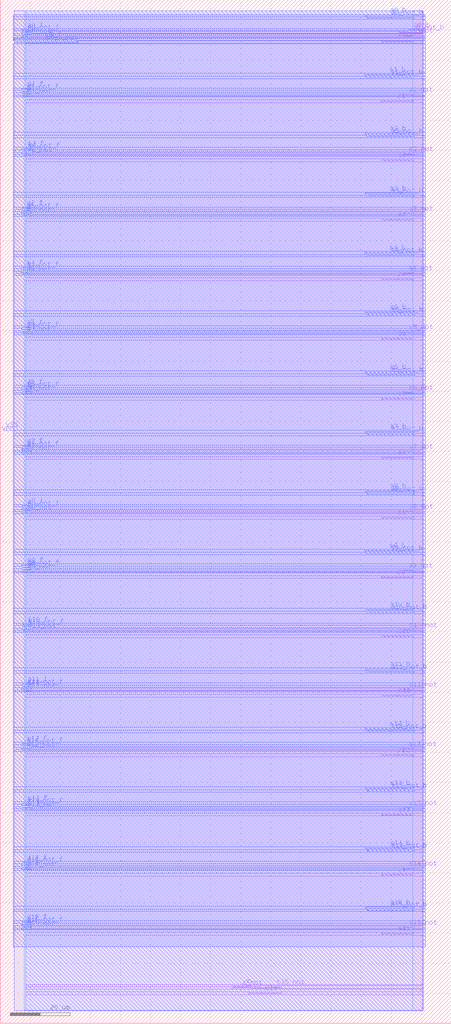
<source format=lef>
VERSION 5.7 ;
  NOWIREEXTENSIONATPIN ON ;
  DIVIDERCHAR "/" ;
  BUSBITCHARS "[]" ;
MACRO fa16b_rev
  CLASS BLOCK ;
  FOREIGN 16b_FA ;
  ORIGIN 0.000 0.000 ;
  SIZE 150.000 BY 340.000 ;
  PIN c15_not
    ANTENNADIFFAREA 2.560625 ;
    PORT
      LAYER Metal1 ;
        RECT 90.420 11.870 93.150 12.145 ;
    END
  END c15_not
  PIN c15
    ANTENNADIFFAREA 2.734275 ;
    PORT
      LAYER Metal1 ;
        RECT 83.070 9.795 93.150 10.130 ;
    END
  END c15
  PIN s5_not
    ANTENNADIFFAREA 2.560625 ;
    PORT
      LAYER Metal1 ;
        RECT 134.480 229.350 137.210 229.625 ;
    END
  END s5_not
  PIN s5
    ANTENNADIFFAREA 2.734275 ;
    PORT
      LAYER Metal1 ;
        RECT 127.130 227.275 137.210 227.610 ;
    END
  END s5
  PIN s0_not
    ANTENNADIFFAREA 2.560625 ;
    PORT
      LAYER Metal1 ;
        RECT 134.500 327.985 137.230 328.260 ;
    END
  END s0_not
  PIN s0
    ANTENNADIFFAREA 2.734275 ;
    PORT
      LAYER Metal1 ;
        RECT 127.150 325.910 137.230 326.245 ;
    END
  END s0
  PIN s6_not
    ANTENNADIFFAREA 2.560625 ;
    PORT
      LAYER Metal1 ;
        RECT 134.480 209.380 137.210 209.655 ;
    END
  END s6_not
  PIN s6
    ANTENNADIFFAREA 2.734275 ;
    PORT
      LAYER Metal1 ;
        RECT 127.130 207.305 137.210 207.640 ;
    END
  END s6
  PIN s1_not
    ANTENNADIFFAREA 2.560625 ;
    PORT
      LAYER Metal1 ;
        RECT 134.300 308.260 137.030 308.535 ;
    END
  END s1_not
  PIN s1
    ANTENNADIFFAREA 2.734275 ;
    PORT
      LAYER Metal1 ;
        RECT 126.950 306.185 137.030 306.520 ;
    END
  END s1
  PIN s7_not
    ANTENNADIFFAREA 2.560625 ;
    PORT
      LAYER Metal1 ;
        RECT 134.480 189.715 137.210 189.990 ;
    END
  END s7_not
  PIN s7
    ANTENNADIFFAREA 2.734275 ;
    PORT
      LAYER Metal1 ;
        RECT 127.130 187.640 137.210 187.975 ;
    END
  END s7
  PIN s2_not
    ANTENNADIFFAREA 2.560625 ;
    PORT
      LAYER Metal1 ;
        RECT 134.455 288.615 137.185 288.890 ;
    END
  END s2_not
  PIN s2
    ANTENNADIFFAREA 2.734275 ;
    PORT
      LAYER Metal1 ;
        RECT 127.105 286.540 137.185 286.875 ;
    END
  END s2
  PIN s8_not
    ANTENNADIFFAREA 2.560625 ;
    PORT
      LAYER Metal1 ;
        RECT 134.520 169.875 137.250 170.150 ;
    END
  END s8_not
  PIN s8
    ANTENNADIFFAREA 2.734275 ;
    PORT
      LAYER Metal1 ;
        RECT 127.170 167.800 137.250 168.135 ;
    END
  END s8
  PIN s3_not
    ANTENNADIFFAREA 2.560625 ;
    PORT
      LAYER Metal1 ;
        RECT 134.455 268.820 137.185 269.095 ;
    END
  END s3_not
  PIN s3
    ANTENNADIFFAREA 2.734275 ;
    PORT
      LAYER Metal1 ;
        RECT 127.105 266.745 137.185 267.080 ;
    END
  END s3
  PIN s9_not
    ANTENNADIFFAREA 2.560625 ;
    PORT
      LAYER Metal1 ;
        RECT 134.320 150.150 137.050 150.425 ;
    END
  END s9_not
  PIN s9
    ANTENNADIFFAREA 2.734275 ;
    PORT
      LAYER Metal1 ;
        RECT 126.970 148.075 137.050 148.410 ;
    END
  END s9
  PIN s4_not
    ANTENNADIFFAREA 2.560625 ;
    PORT
      LAYER Metal1 ;
        RECT 134.375 249.065 137.105 249.340 ;
    END
  END s4_not
  PIN s4
    ANTENNADIFFAREA 2.734275 ;
    PORT
      LAYER Metal1 ;
        RECT 127.025 246.990 137.105 247.325 ;
    END
  END s4
  PIN s10_not
    ANTENNADIFFAREA 2.560625 ;
    PORT
      LAYER Metal1 ;
        RECT 134.475 130.505 137.205 130.780 ;
    END
  END s10_not
  PIN s10
    ANTENNADIFFAREA 2.734275 ;
    PORT
      LAYER Metal1 ;
        RECT 127.125 128.430 137.205 128.765 ;
    END
  END s10
  PIN s11_not
    ANTENNADIFFAREA 2.560625 ;
    PORT
      LAYER Metal1 ;
        RECT 134.475 110.710 137.205 110.985 ;
    END
  END s11_not
  PIN s11
    ANTENNADIFFAREA 2.734275 ;
    PORT
      LAYER Metal1 ;
        RECT 127.125 108.635 137.205 108.970 ;
    END
  END s11
  PIN s12_not
    ANTENNADIFFAREA 2.560625 ;
    PORT
      LAYER Metal1 ;
        RECT 134.395 90.955 137.125 91.230 ;
    END
  END s12_not
  PIN s12
    ANTENNADIFFAREA 2.734275 ;
    PORT
      LAYER Metal1 ;
        RECT 127.045 88.880 137.125 89.215 ;
    END
  END s12
  PIN s13_not
    ANTENNADIFFAREA 2.560625 ;
    PORT
      LAYER Metal1 ;
        RECT 134.500 71.240 137.230 71.515 ;
    END
  END s13_not
  PIN s13
    ANTENNADIFFAREA 2.734275 ;
    PORT
      LAYER Metal1 ;
        RECT 127.150 69.165 137.230 69.500 ;
    END
  END s13
  PIN s14_not
    ANTENNADIFFAREA 2.560625 ;
    PORT
      LAYER Metal1 ;
        RECT 134.500 51.270 137.230 51.545 ;
    END
  END s14_not
  PIN s14
    ANTENNADIFFAREA 2.734275 ;
    PORT
      LAYER Metal1 ;
        RECT 127.150 49.195 137.230 49.530 ;
    END
  END s14
  PIN s15_not
    ANTENNADIFFAREA 2.560625 ;
    PORT
      LAYER Metal1 ;
        RECT 134.500 31.605 137.230 31.880 ;
    END
  END s15_not
  PIN s15
    ANTENNADIFFAREA 2.734275 ;
    PORT
      LAYER Metal1 ;
        RECT 127.150 29.530 137.230 29.865 ;
    END
  END s15
  PIN z
    ANTENNADIFFAREA 2.559875 ;
    PORT
      LAYER Metal1 ;
        RECT 77.445 12.170 86.040 12.470 ;
    END
  END z
  PIN z_not
    ANTENNADIFFAREA 2.638650 ;
    PORT
      LAYER Metal1 ;
        RECT 77.415 11.635 83.395 11.905 ;
    END
  END z_not
  PIN c0_b
    ANTENNAGATEAREA 2.739250 ;
    ANTENNADIFFAREA 2.734275 ;
    PORT
      LAYER Metal1 ;
        RECT 135.915 329.745 139.135 330.045 ;
    END
  END c0_b
  PIN c0_not_b
    ANTENNAGATEAREA 2.775000 ;
    ANTENNADIFFAREA 2.560625 ;
    PORT
      LAYER Metal1 ;
        RECT 132.970 329.000 140.695 329.300 ;
    END
  END c0_not_b
  PIN a0_b
    ANTENNAGATEAREA 2.739250 ;
    ANTENNADIFFAREA 1.587600 ;
    PORT
      LAYER Metal3 ;
        RECT 121.715 334.615 137.450 335.025 ;
    END
  END a0_b
  PIN a0_not_b
    ANTENNAGATEAREA 2.775000 ;
    ANTENNADIFFAREA 1.587600 ;
    PORT
      LAYER Metal3 ;
        RECT 122.310 333.835 137.440 334.290 ;
    END
  END a0_not_b
  PIN a1_b
    ANTENNAGATEAREA 2.739250 ;
    ANTENNADIFFAREA 1.587600 ;
    PORT
      LAYER Metal3 ;
        RECT 121.515 314.890 137.250 315.300 ;
    END
  END a1_b
  PIN a1_not_b
    ANTENNAGATEAREA 2.775000 ;
    ANTENNADIFFAREA 1.587600 ;
    PORT
      LAYER Metal3 ;
        RECT 122.110 314.110 137.240 314.565 ;
    END
  END a1_not_b
  PIN a2_b
    ANTENNAGATEAREA 2.739250 ;
    ANTENNADIFFAREA 1.587600 ;
    PORT
      LAYER Metal3 ;
        RECT 121.670 295.245 137.405 295.655 ;
    END
  END a2_b
  PIN a2_not_b
    ANTENNAGATEAREA 2.775000 ;
    ANTENNADIFFAREA 1.587600 ;
    PORT
      LAYER Metal3 ;
        RECT 122.265 294.465 137.395 294.920 ;
    END
  END a2_not_b
  PIN a3_b
    ANTENNAGATEAREA 2.739250 ;
    ANTENNADIFFAREA 1.587600 ;
    PORT
      LAYER Metal3 ;
        RECT 121.670 275.450 137.405 275.860 ;
    END
  END a3_b
  PIN a3_not_b
    ANTENNAGATEAREA 2.775000 ;
    ANTENNADIFFAREA 1.587600 ;
    PORT
      LAYER Metal3 ;
        RECT 122.265 274.670 137.395 275.125 ;
    END
  END a3_not_b
  PIN a4_b
    ANTENNAGATEAREA 2.739250 ;
    ANTENNADIFFAREA 1.587600 ;
    PORT
      LAYER Metal3 ;
        RECT 121.590 255.695 137.325 256.105 ;
    END
  END a4_b
  PIN a4_not_b
    ANTENNAGATEAREA 2.775000 ;
    ANTENNADIFFAREA 1.587600 ;
    PORT
      LAYER Metal3 ;
        RECT 122.185 254.915 137.315 255.370 ;
    END
  END a4_not_b
  PIN a5_b
    ANTENNAGATEAREA 2.739250 ;
    ANTENNADIFFAREA 1.587600 ;
    PORT
      LAYER Metal3 ;
        RECT 121.695 235.980 137.430 236.390 ;
    END
  END a5_b
  PIN a5_not_b
    ANTENNAGATEAREA 2.775000 ;
    ANTENNADIFFAREA 1.587600 ;
    PORT
      LAYER Metal3 ;
        RECT 122.290 235.200 137.420 235.655 ;
    END
  END a5_not_b
  PIN a6_b
    ANTENNAGATEAREA 2.739250 ;
    ANTENNADIFFAREA 1.587600 ;
    PORT
      LAYER Metal3 ;
        RECT 121.695 216.010 137.430 216.420 ;
    END
  END a6_b
  PIN a6_not_b
    ANTENNAGATEAREA 2.775000 ;
    ANTENNADIFFAREA 1.587600 ;
    PORT
      LAYER Metal3 ;
        RECT 122.290 215.230 137.420 215.685 ;
    END
  END a6_not_b
  PIN a7_b
    ANTENNAGATEAREA 2.739250 ;
    ANTENNADIFFAREA 1.587600 ;
    PORT
      LAYER Metal3 ;
        RECT 121.695 196.345 137.430 196.755 ;
    END
  END a7_b
  PIN a7_not_b
    ANTENNAGATEAREA 2.775000 ;
    ANTENNADIFFAREA 1.587600 ;
    PORT
      LAYER Metal3 ;
        RECT 122.290 195.565 137.420 196.020 ;
    END
  END a7_not_b
  PIN VDD
    USE POWER ;
    PORT
      LAYER Metal3 ;
        RECT 0.485 195.620 0.495 195.630 ;
    END
  END VDD
  PIN VSS
    USE GROUND ;
    PORT
      LAYER Metal3 ;
        RECT 1.885 196.940 1.895 196.950 ;
    END
  END VSS
  PIN a3_not_f
    ANTENNAGATEAREA 5.550000 ;
    ANTENNADIFFAREA 1.587600 ;
    PORT
      LAYER Metal3 ;
        RECT 7.615 269.820 10.120 270.115 ;
    END
  END a3_not_f
  PIN b3
    ANTENNADIFFAREA 2.559875 ;
    PORT
      LAYER Metal3 ;
        RECT 7.620 269.105 10.135 269.400 ;
    END
  END b3
  PIN b3_not
    ANTENNADIFFAREA 2.638650 ;
    PORT
      LAYER Metal3 ;
        RECT 7.655 268.475 10.120 268.770 ;
    END
  END b3_not
  PIN a4_f
    ANTENNAGATEAREA 5.478500 ;
    ANTENNADIFFAREA 1.587600 ;
    PORT
      LAYER Metal3 ;
        RECT 7.525 250.845 9.985 251.150 ;
    END
  END a4_f
  PIN a4_not_f
    ANTENNAGATEAREA 5.550000 ;
    ANTENNADIFFAREA 1.587600 ;
    PORT
      LAYER Metal3 ;
        RECT 7.485 250.110 9.990 250.405 ;
    END
  END a4_not_f
  PIN b4
    ANTENNADIFFAREA 2.559875 ;
    PORT
      LAYER Metal3 ;
        RECT 7.490 249.395 10.005 249.690 ;
    END
  END b4
  PIN b4_not
    ANTENNADIFFAREA 2.638650 ;
    PORT
      LAYER Metal3 ;
        RECT 7.525 248.765 9.990 249.060 ;
    END
  END b4_not
  PIN a5_f
    ANTENNAGATEAREA 5.478500 ;
    ANTENNADIFFAREA 1.587600 ;
    PORT
      LAYER Metal3 ;
        RECT 7.655 231.085 10.115 231.390 ;
    END
  END a5_f
  PIN a5_not_f
    ANTENNAGATEAREA 5.550000 ;
    ANTENNADIFFAREA 1.587600 ;
    PORT
      LAYER Metal3 ;
        RECT 7.615 230.350 10.120 230.645 ;
    END
  END a5_not_f
  PIN b5
    ANTENNADIFFAREA 2.559875 ;
    PORT
      LAYER Metal3 ;
        RECT 7.620 229.635 10.135 229.930 ;
    END
  END b5
  PIN b5_not
    ANTENNADIFFAREA 2.638650 ;
    PORT
      LAYER Metal3 ;
        RECT 7.655 229.005 10.120 229.300 ;
    END
  END b5_not
  PIN a6_f
    ANTENNAGATEAREA 5.478500 ;
    ANTENNADIFFAREA 1.587600 ;
    PORT
      LAYER Metal3 ;
        RECT 7.605 211.275 10.065 211.580 ;
    END
  END a6_f
  PIN a6_not_f
    ANTENNAGATEAREA 5.550000 ;
    ANTENNADIFFAREA 1.587600 ;
    PORT
      LAYER Metal3 ;
        RECT 7.565 210.540 10.070 210.835 ;
    END
  END a6_not_f
  PIN b6
    ANTENNADIFFAREA 2.559875 ;
    PORT
      LAYER Metal3 ;
        RECT 7.570 209.825 10.085 210.120 ;
    END
  END b6
  PIN b6_not
    ANTENNADIFFAREA 2.638650 ;
    PORT
      LAYER Metal3 ;
        RECT 7.605 209.195 10.070 209.490 ;
    END
  END b6_not
  PIN a7_f
    ANTENNAGATEAREA 5.478500 ;
    ANTENNADIFFAREA 1.587600 ;
    PORT
      LAYER Metal3 ;
        RECT 7.575 191.480 10.035 191.785 ;
    END
  END a7_f
  PIN a7_not_f
    ANTENNAGATEAREA 5.550000 ;
    ANTENNADIFFAREA 1.587600 ;
    PORT
      LAYER Metal3 ;
        RECT 7.535 190.745 10.040 191.040 ;
    END
  END a7_not_f
  PIN b7
    ANTENNADIFFAREA 2.559875 ;
    PORT
      LAYER Metal3 ;
        RECT 7.540 190.030 10.055 190.325 ;
    END
  END b7
  PIN b7_not
    ANTENNADIFFAREA 2.638650 ;
    PORT
      LAYER Metal3 ;
        RECT 7.575 189.400 10.040 189.695 ;
    END
  END b7_not
  PIN a0_f
    ANTENNAGATEAREA 5.478500 ;
    ANTENNADIFFAREA 1.587600 ;
    PORT
      LAYER Metal3 ;
        RECT 7.705 329.795 10.165 330.100 ;
    END
  END a0_f
  PIN a0_not_f
    ANTENNAGATEAREA 5.550000 ;
    ANTENNADIFFAREA 1.587600 ;
    PORT
      LAYER Metal3 ;
        RECT 7.665 329.060 10.170 329.355 ;
    END
  END a0_not_f
  PIN b0
    ANTENNADIFFAREA 2.559875 ;
    PORT
      LAYER Metal3 ;
        RECT 7.670 328.345 10.185 328.640 ;
    END
  END b0
  PIN b0_not
    ANTENNADIFFAREA 2.638650 ;
    PORT
      LAYER Metal3 ;
        RECT 7.705 327.715 10.170 328.010 ;
    END
  END b0_not
  PIN a1_f
    ANTENNAGATEAREA 5.478500 ;
    ANTENNADIFFAREA 1.587600 ;
    PORT
      LAYER Metal3 ;
        RECT 7.660 310.105 10.120 310.410 ;
    END
  END a1_f
  PIN a1_not_f
    ANTENNAGATEAREA 5.550000 ;
    ANTENNADIFFAREA 1.587600 ;
    PORT
      LAYER Metal3 ;
        RECT 7.620 309.370 10.125 309.665 ;
    END
  END a1_not_f
  PIN b1
    ANTENNADIFFAREA 2.559875 ;
    PORT
      LAYER Metal3 ;
        RECT 7.625 308.655 10.140 308.950 ;
    END
  END b1
  PIN b1_not
    ANTENNADIFFAREA 2.638650 ;
    PORT
      LAYER Metal3 ;
        RECT 7.660 308.025 10.125 308.320 ;
    END
  END b1_not
  PIN a2_f
    ANTENNAGATEAREA 5.478500 ;
    ANTENNADIFFAREA 1.587600 ;
    PORT
      LAYER Metal3 ;
        RECT 7.850 290.395 10.310 290.700 ;
    END
  END a2_f
  PIN a2_not_f
    ANTENNAGATEAREA 5.550000 ;
    ANTENNADIFFAREA 1.587600 ;
    PORT
      LAYER Metal3 ;
        RECT 7.810 289.660 10.315 289.955 ;
    END
  END a2_not_f
  PIN b2
    ANTENNADIFFAREA 2.559875 ;
    PORT
      LAYER Metal3 ;
        RECT 7.815 288.945 10.330 289.240 ;
    END
  END b2
  PIN b2_not
    ANTENNADIFFAREA 2.638650 ;
    PORT
      LAYER Metal3 ;
        RECT 7.850 288.315 10.315 288.610 ;
    END
  END b2_not
  PIN a3_f
    ANTENNAGATEAREA 5.478500 ;
    ANTENNADIFFAREA 1.587600 ;
    PORT
      LAYER Metal3 ;
        RECT 7.655 270.555 10.115 270.860 ;
    END
  END a3_f
  PIN c0_f
    ANTENNADIFFAREA 2.559875 ;
    PORT
      LAYER Metal3 ;
        RECT 4.750 326.640 25.095 326.935 ;
    END
  END c0_f
  PIN c0_f_not
    ANTENNADIFFAREA 2.638650 ;
    PORT
      LAYER Metal3 ;
        RECT 4.570 325.775 25.680 326.070 ;
    END
  END c0_f_not
  PIN b12_not
    ANTENNADIFFAREA 2.638650 ;
    PORT
      LAYER Metal3 ;
        RECT 7.545 90.655 10.010 90.950 ;
    END
  END b12_not
  PIN a13_f
    ANTENNAGATEAREA 5.478500 ;
    ANTENNADIFFAREA 1.587600 ;
    PORT
      LAYER Metal3 ;
        RECT 7.675 72.975 10.135 73.280 ;
    END
  END a13_f
  PIN a13_not_f
    ANTENNAGATEAREA 5.550000 ;
    ANTENNADIFFAREA 1.587600 ;
    PORT
      LAYER Metal3 ;
        RECT 7.635 72.240 10.140 72.535 ;
    END
  END a13_not_f
  PIN b13
    ANTENNADIFFAREA 2.559875 ;
    PORT
      LAYER Metal3 ;
        RECT 7.640 71.525 10.155 71.820 ;
    END
  END b13
  PIN b13_not
    ANTENNADIFFAREA 2.638650 ;
    PORT
      LAYER Metal3 ;
        RECT 7.675 70.895 10.140 71.190 ;
    END
  END b13_not
  PIN a14_f
    ANTENNAGATEAREA 5.478500 ;
    ANTENNADIFFAREA 1.587600 ;
    PORT
      LAYER Metal3 ;
        RECT 7.625 53.165 10.085 53.470 ;
    END
  END a14_f
  PIN a14_not_f
    ANTENNAGATEAREA 5.550000 ;
    ANTENNADIFFAREA 1.587600 ;
    PORT
      LAYER Metal3 ;
        RECT 7.585 52.430 10.090 52.725 ;
    END
  END a14_not_f
  PIN b14
    ANTENNADIFFAREA 2.559875 ;
    PORT
      LAYER Metal3 ;
        RECT 7.590 51.715 10.105 52.010 ;
    END
  END b14
  PIN b14_not
    ANTENNADIFFAREA 2.638650 ;
    PORT
      LAYER Metal3 ;
        RECT 7.625 51.085 10.090 51.380 ;
    END
  END b14_not
  PIN a15_f
    ANTENNAGATEAREA 5.478500 ;
    ANTENNADIFFAREA 1.587600 ;
    PORT
      LAYER Metal3 ;
        RECT 7.595 33.370 10.055 33.675 ;
    END
  END a15_f
  PIN a15_not_f
    ANTENNAGATEAREA 5.550000 ;
    ANTENNADIFFAREA 1.587600 ;
    PORT
      LAYER Metal3 ;
        RECT 7.555 32.635 10.060 32.930 ;
    END
  END a15_not_f
  PIN b15
    ANTENNADIFFAREA 2.559875 ;
    PORT
      LAYER Metal3 ;
        RECT 7.560 31.920 10.075 32.215 ;
    END
  END b15
  PIN b15_not
    ANTENNADIFFAREA 2.638650 ;
    PORT
      LAYER Metal3 ;
        RECT 7.595 31.290 10.060 31.585 ;
    END
  END b15_not
  PIN a8_f
    ANTENNAGATEAREA 5.478500 ;
    ANTENNADIFFAREA 1.587600 ;
    PORT
      LAYER Metal3 ;
        RECT 7.725 171.685 10.185 171.990 ;
    END
  END a8_f
  PIN a8_not_f
    ANTENNAGATEAREA 5.550000 ;
    ANTENNADIFFAREA 1.587600 ;
    PORT
      LAYER Metal3 ;
        RECT 7.685 170.950 10.190 171.245 ;
    END
  END a8_not_f
  PIN b8
    ANTENNADIFFAREA 2.559875 ;
    PORT
      LAYER Metal3 ;
        RECT 7.690 170.235 10.205 170.530 ;
    END
  END b8
  PIN b8_not
    ANTENNADIFFAREA 2.638650 ;
    PORT
      LAYER Metal3 ;
        RECT 7.725 169.605 10.190 169.900 ;
    END
  END b8_not
  PIN a9_f
    ANTENNAGATEAREA 5.478500 ;
    ANTENNADIFFAREA 1.587600 ;
    PORT
      LAYER Metal3 ;
        RECT 7.680 151.995 10.140 152.300 ;
    END
  END a9_f
  PIN a9_not_f
    ANTENNAGATEAREA 5.550000 ;
    ANTENNADIFFAREA 1.587600 ;
    PORT
      LAYER Metal3 ;
        RECT 7.640 151.260 10.145 151.555 ;
    END
  END a9_not_f
  PIN b9
    ANTENNADIFFAREA 2.559875 ;
    PORT
      LAYER Metal3 ;
        RECT 7.645 150.545 10.160 150.840 ;
    END
  END b9
  PIN b9_not
    ANTENNADIFFAREA 2.638650 ;
    PORT
      LAYER Metal3 ;
        RECT 7.680 149.915 10.145 150.210 ;
    END
  END b9_not
  PIN a10_f
    ANTENNAGATEAREA 5.478500 ;
    ANTENNADIFFAREA 1.587600 ;
    PORT
      LAYER Metal3 ;
        RECT 7.870 132.285 10.330 132.590 ;
    END
  END a10_f
  PIN a10_not_f
    ANTENNAGATEAREA 5.550000 ;
    ANTENNADIFFAREA 1.587600 ;
    PORT
      LAYER Metal3 ;
        RECT 7.830 131.550 10.335 131.845 ;
    END
  END a10_not_f
  PIN b10
    ANTENNADIFFAREA 2.559875 ;
    PORT
      LAYER Metal3 ;
        RECT 7.835 130.835 10.350 131.130 ;
    END
  END b10
  PIN b10_not
    ANTENNADIFFAREA 2.638650 ;
    PORT
      LAYER Metal3 ;
        RECT 7.870 130.205 10.335 130.500 ;
    END
  END b10_not
  PIN a11_f
    ANTENNAGATEAREA 5.478500 ;
    ANTENNADIFFAREA 1.587600 ;
    PORT
      LAYER Metal3 ;
        RECT 7.675 112.445 10.135 112.750 ;
    END
  END a11_f
  PIN a11_not_f
    ANTENNAGATEAREA 5.550000 ;
    ANTENNADIFFAREA 1.587600 ;
    PORT
      LAYER Metal3 ;
        RECT 7.635 111.710 10.140 112.005 ;
    END
  END a11_not_f
  PIN b11
    ANTENNADIFFAREA 2.559875 ;
    PORT
      LAYER Metal3 ;
        RECT 7.640 110.995 10.155 111.290 ;
    END
  END b11
  PIN b11_not
    ANTENNADIFFAREA 2.638650 ;
    PORT
      LAYER Metal3 ;
        RECT 7.675 110.365 10.140 110.660 ;
    END
  END b11_not
  PIN a12_f
    ANTENNAGATEAREA 5.478500 ;
    ANTENNADIFFAREA 1.587600 ;
    PORT
      LAYER Metal3 ;
        RECT 7.545 92.735 10.005 93.040 ;
    END
  END a12_f
  PIN a12_not_f
    ANTENNAGATEAREA 5.550000 ;
    ANTENNADIFFAREA 1.587600 ;
    PORT
      LAYER Metal3 ;
        RECT 7.505 92.000 10.010 92.295 ;
    END
  END a12_not_f
  PIN b12
    ANTENNADIFFAREA 2.559875 ;
    PORT
      LAYER Metal3 ;
        RECT 7.510 91.285 10.025 91.580 ;
    END
  END b12
  PIN a8_b
    ANTENNAGATEAREA 2.739250 ;
    ANTENNADIFFAREA 1.587600 ;
    PORT
      LAYER Metal3 ;
        RECT 121.735 176.505 137.470 176.915 ;
    END
  END a8_b
  PIN a10_not_b
    ANTENNAGATEAREA 2.775000 ;
    ANTENNADIFFAREA 1.587600 ;
    PORT
      LAYER Metal3 ;
        RECT 122.285 136.355 137.415 136.810 ;
    END
  END a10_not_b
  PIN a11_b
    ANTENNAGATEAREA 2.739250 ;
    ANTENNADIFFAREA 1.587600 ;
    PORT
      LAYER Metal3 ;
        RECT 121.690 117.340 137.425 117.750 ;
    END
  END a11_b
  PIN a11_not_b
    ANTENNAGATEAREA 2.775000 ;
    ANTENNADIFFAREA 1.587600 ;
    PORT
      LAYER Metal3 ;
        RECT 122.285 116.560 137.415 117.015 ;
    END
  END a11_not_b
  PIN a12_b
    ANTENNAGATEAREA 2.739250 ;
    ANTENNADIFFAREA 1.587600 ;
    PORT
      LAYER Metal3 ;
        RECT 121.610 97.585 137.345 97.995 ;
    END
  END a12_b
  PIN a12_not_b
    ANTENNAGATEAREA 2.775000 ;
    ANTENNADIFFAREA 1.587600 ;
    PORT
      LAYER Metal3 ;
        RECT 122.205 96.805 137.335 97.260 ;
    END
  END a12_not_b
  PIN a13_b
    ANTENNAGATEAREA 2.739250 ;
    ANTENNADIFFAREA 1.587600 ;
    PORT
      LAYER Metal3 ;
        RECT 121.715 77.870 137.450 78.280 ;
    END
  END a13_b
  PIN a13_not_b
    ANTENNAGATEAREA 2.775000 ;
    ANTENNADIFFAREA 1.587600 ;
    PORT
      LAYER Metal3 ;
        RECT 122.310 77.090 137.440 77.545 ;
    END
  END a13_not_b
  PIN a14_b
    ANTENNAGATEAREA 2.739250 ;
    ANTENNADIFFAREA 1.587600 ;
    PORT
      LAYER Metal3 ;
        RECT 121.715 57.900 137.450 58.310 ;
    END
  END a14_b
  PIN a14_not_b
    ANTENNAGATEAREA 2.775000 ;
    ANTENNADIFFAREA 1.587600 ;
    PORT
      LAYER Metal3 ;
        RECT 122.310 57.120 137.440 57.575 ;
    END
  END a14_not_b
  PIN a15_b
    ANTENNAGATEAREA 2.739250 ;
    ANTENNADIFFAREA 1.587600 ;
    PORT
      LAYER Metal3 ;
        RECT 121.715 38.235 137.450 38.645 ;
    END
  END a15_b
  PIN a15_not_b
    ANTENNAGATEAREA 2.775000 ;
    ANTENNADIFFAREA 1.587600 ;
    PORT
      LAYER Metal3 ;
        RECT 122.310 37.455 137.440 37.910 ;
    END
  END a15_not_b
  PIN a8_not_b
    ANTENNAGATEAREA 2.775000 ;
    ANTENNADIFFAREA 1.587600 ;
    PORT
      LAYER Metal3 ;
        RECT 122.330 175.725 137.460 176.180 ;
    END
  END a8_not_b
  PIN a9_b
    ANTENNAGATEAREA 2.739250 ;
    ANTENNADIFFAREA 1.587600 ;
    PORT
      LAYER Metal3 ;
        RECT 121.535 156.780 137.270 157.190 ;
    END
  END a9_b
  PIN a9_not_b
    ANTENNAGATEAREA 2.775000 ;
    ANTENNADIFFAREA 1.587600 ;
    PORT
      LAYER Metal3 ;
        RECT 122.130 156.000 137.260 156.455 ;
    END
  END a9_not_b
  PIN a10_b
    ANTENNAGATEAREA 2.739250 ;
    ANTENNADIFFAREA 1.587600 ;
    PORT
      LAYER Metal3 ;
        RECT 121.690 137.135 137.425 137.545 ;
    END
  END a10_b
  OBS
      LAYER Nwell ;
        RECT 7.985 4.245 137.250 336.340 ;
      LAYER Metal1 ;
        RECT 8.415 330.345 140.715 336.340 ;
        RECT 8.415 329.600 135.615 330.345 ;
        RECT 139.435 329.600 140.715 330.345 ;
        RECT 8.415 328.700 132.670 329.600 ;
        RECT 8.415 328.560 140.715 328.700 ;
        RECT 8.415 327.685 134.200 328.560 ;
        RECT 137.530 327.685 140.715 328.560 ;
        RECT 8.415 326.545 140.715 327.685 ;
        RECT 8.415 325.610 126.850 326.545 ;
        RECT 137.530 325.610 140.715 326.545 ;
        RECT 8.415 308.835 140.715 325.610 ;
        RECT 8.415 307.960 134.000 308.835 ;
        RECT 137.330 307.960 140.715 308.835 ;
        RECT 8.415 306.820 140.715 307.960 ;
        RECT 8.415 305.885 126.650 306.820 ;
        RECT 137.330 305.885 140.715 306.820 ;
        RECT 8.415 289.190 140.715 305.885 ;
        RECT 8.415 288.315 134.155 289.190 ;
        RECT 137.485 288.315 140.715 289.190 ;
        RECT 8.415 287.175 140.715 288.315 ;
        RECT 8.415 286.240 126.805 287.175 ;
        RECT 137.485 286.240 140.715 287.175 ;
        RECT 8.415 269.395 140.715 286.240 ;
        RECT 8.415 268.520 134.155 269.395 ;
        RECT 137.485 268.520 140.715 269.395 ;
        RECT 8.415 267.380 140.715 268.520 ;
        RECT 8.415 266.445 126.805 267.380 ;
        RECT 137.485 266.445 140.715 267.380 ;
        RECT 8.415 249.640 140.715 266.445 ;
        RECT 8.415 248.765 134.075 249.640 ;
        RECT 137.405 248.765 140.715 249.640 ;
        RECT 8.415 247.625 140.715 248.765 ;
        RECT 8.415 246.690 126.725 247.625 ;
        RECT 137.405 246.690 140.715 247.625 ;
        RECT 8.415 229.925 140.715 246.690 ;
        RECT 8.415 229.050 134.180 229.925 ;
        RECT 137.510 229.050 140.715 229.925 ;
        RECT 8.415 227.910 140.715 229.050 ;
        RECT 8.415 226.975 126.830 227.910 ;
        RECT 137.510 226.975 140.715 227.910 ;
        RECT 8.415 209.955 140.715 226.975 ;
        RECT 8.415 209.080 134.180 209.955 ;
        RECT 137.510 209.080 140.715 209.955 ;
        RECT 8.415 207.940 140.715 209.080 ;
        RECT 8.415 207.005 126.830 207.940 ;
        RECT 137.510 207.005 140.715 207.940 ;
        RECT 8.415 190.290 140.715 207.005 ;
        RECT 8.415 189.415 134.180 190.290 ;
        RECT 137.510 189.415 140.715 190.290 ;
        RECT 8.415 188.275 140.715 189.415 ;
        RECT 8.415 187.340 126.830 188.275 ;
        RECT 137.510 187.340 140.715 188.275 ;
        RECT 8.415 170.450 140.715 187.340 ;
        RECT 8.415 169.575 134.220 170.450 ;
        RECT 137.550 169.575 140.715 170.450 ;
        RECT 8.415 168.435 140.715 169.575 ;
        RECT 8.415 167.500 126.870 168.435 ;
        RECT 137.550 167.500 140.715 168.435 ;
        RECT 8.415 150.725 140.715 167.500 ;
        RECT 8.415 149.850 134.020 150.725 ;
        RECT 137.350 149.850 140.715 150.725 ;
        RECT 8.415 148.710 140.715 149.850 ;
        RECT 8.415 147.775 126.670 148.710 ;
        RECT 137.350 147.775 140.715 148.710 ;
        RECT 8.415 131.080 140.715 147.775 ;
        RECT 8.415 130.205 134.175 131.080 ;
        RECT 137.505 130.205 140.715 131.080 ;
        RECT 8.415 129.065 140.715 130.205 ;
        RECT 8.415 128.130 126.825 129.065 ;
        RECT 137.505 128.130 140.715 129.065 ;
        RECT 8.415 111.285 140.715 128.130 ;
        RECT 8.415 110.410 134.175 111.285 ;
        RECT 137.505 110.410 140.715 111.285 ;
        RECT 8.415 109.270 140.715 110.410 ;
        RECT 8.415 108.335 126.825 109.270 ;
        RECT 137.505 108.335 140.715 109.270 ;
        RECT 8.415 91.530 140.715 108.335 ;
        RECT 8.415 90.655 134.095 91.530 ;
        RECT 137.425 90.655 140.715 91.530 ;
        RECT 8.415 89.515 140.715 90.655 ;
        RECT 8.415 88.580 126.745 89.515 ;
        RECT 137.425 88.580 140.715 89.515 ;
        RECT 8.415 71.815 140.715 88.580 ;
        RECT 8.415 70.940 134.200 71.815 ;
        RECT 137.530 70.940 140.715 71.815 ;
        RECT 8.415 69.800 140.715 70.940 ;
        RECT 8.415 68.865 126.850 69.800 ;
        RECT 137.530 68.865 140.715 69.800 ;
        RECT 8.415 51.845 140.715 68.865 ;
        RECT 8.415 50.970 134.200 51.845 ;
        RECT 137.530 50.970 140.715 51.845 ;
        RECT 8.415 49.830 140.715 50.970 ;
        RECT 8.415 48.895 126.850 49.830 ;
        RECT 137.530 48.895 140.715 49.830 ;
        RECT 8.415 32.180 140.715 48.895 ;
        RECT 8.415 31.305 134.200 32.180 ;
        RECT 137.530 31.305 140.715 32.180 ;
        RECT 8.415 30.165 140.715 31.305 ;
        RECT 8.415 29.230 126.850 30.165 ;
        RECT 137.530 29.230 140.715 30.165 ;
        RECT 8.415 12.770 140.715 29.230 ;
        RECT 8.415 12.205 77.145 12.770 ;
        RECT 86.340 12.445 140.715 12.770 ;
        RECT 8.415 11.335 77.115 12.205 ;
        RECT 86.340 11.870 90.120 12.445 ;
        RECT 83.695 11.570 90.120 11.870 ;
        RECT 93.450 11.570 140.715 12.445 ;
        RECT 83.695 11.335 140.715 11.570 ;
        RECT 8.415 10.430 140.715 11.335 ;
        RECT 8.415 9.495 82.770 10.430 ;
        RECT 93.450 9.495 140.715 10.430 ;
        RECT 8.415 4.245 140.715 9.495 ;
      LAYER Metal2 ;
        RECT 4.655 4.195 140.605 336.340 ;
      LAYER Metal3 ;
        RECT 4.390 334.315 121.415 335.025 ;
        RECT 137.750 334.315 141.320 335.025 ;
        RECT 4.390 333.535 122.010 334.315 ;
        RECT 137.740 333.535 141.320 334.315 ;
        RECT 4.390 330.400 141.320 333.535 ;
        RECT 4.390 329.655 7.405 330.400 ;
        RECT 10.465 329.655 141.320 330.400 ;
        RECT 4.390 328.760 7.365 329.655 ;
        RECT 10.470 328.940 141.320 329.655 ;
        RECT 4.390 328.045 7.370 328.760 ;
        RECT 10.485 328.045 141.320 328.940 ;
        RECT 4.390 327.415 7.405 328.045 ;
        RECT 10.470 327.415 141.320 328.045 ;
        RECT 4.390 327.235 141.320 327.415 ;
        RECT 4.390 326.370 4.450 327.235 ;
        RECT 25.395 326.370 141.320 327.235 ;
        RECT 25.980 325.475 141.320 326.370 ;
        RECT 4.390 315.600 141.320 325.475 ;
        RECT 4.390 314.590 121.215 315.600 ;
        RECT 137.550 314.590 141.320 315.600 ;
        RECT 4.390 313.810 121.810 314.590 ;
        RECT 137.540 313.810 141.320 314.590 ;
        RECT 4.390 310.710 141.320 313.810 ;
        RECT 4.390 309.965 7.360 310.710 ;
        RECT 10.420 309.965 141.320 310.710 ;
        RECT 4.390 309.070 7.320 309.965 ;
        RECT 10.425 309.250 141.320 309.965 ;
        RECT 4.390 308.355 7.325 309.070 ;
        RECT 10.440 308.355 141.320 309.250 ;
        RECT 4.390 307.725 7.360 308.355 ;
        RECT 10.425 307.725 141.320 308.355 ;
        RECT 4.390 295.955 141.320 307.725 ;
        RECT 4.390 294.945 121.370 295.955 ;
        RECT 137.705 294.945 141.320 295.955 ;
        RECT 4.390 294.165 121.965 294.945 ;
        RECT 137.695 294.165 141.320 294.945 ;
        RECT 4.390 291.000 141.320 294.165 ;
        RECT 4.390 290.255 7.550 291.000 ;
        RECT 10.610 290.255 141.320 291.000 ;
        RECT 4.390 289.360 7.510 290.255 ;
        RECT 10.615 289.540 141.320 290.255 ;
        RECT 4.390 288.645 7.515 289.360 ;
        RECT 10.630 288.645 141.320 289.540 ;
        RECT 4.390 288.015 7.550 288.645 ;
        RECT 10.615 288.015 141.320 288.645 ;
        RECT 4.390 276.160 141.320 288.015 ;
        RECT 4.390 275.150 121.370 276.160 ;
        RECT 137.705 275.150 141.320 276.160 ;
        RECT 4.390 274.370 121.965 275.150 ;
        RECT 137.695 274.370 141.320 275.150 ;
        RECT 4.390 271.160 141.320 274.370 ;
        RECT 4.390 270.415 7.355 271.160 ;
        RECT 10.415 270.415 141.320 271.160 ;
        RECT 4.390 269.520 7.315 270.415 ;
        RECT 10.420 269.700 141.320 270.415 ;
        RECT 4.390 268.805 7.320 269.520 ;
        RECT 10.435 268.805 141.320 269.700 ;
        RECT 4.390 268.175 7.355 268.805 ;
        RECT 10.420 268.175 141.320 268.805 ;
        RECT 4.390 256.405 141.320 268.175 ;
        RECT 4.390 255.395 121.290 256.405 ;
        RECT 137.625 255.395 141.320 256.405 ;
        RECT 4.390 254.615 121.885 255.395 ;
        RECT 137.615 254.615 141.320 255.395 ;
        RECT 4.390 251.450 141.320 254.615 ;
        RECT 4.390 250.705 7.225 251.450 ;
        RECT 10.285 250.705 141.320 251.450 ;
        RECT 4.390 249.810 7.185 250.705 ;
        RECT 10.290 249.990 141.320 250.705 ;
        RECT 4.390 249.095 7.190 249.810 ;
        RECT 10.305 249.095 141.320 249.990 ;
        RECT 4.390 248.465 7.225 249.095 ;
        RECT 10.290 248.465 141.320 249.095 ;
        RECT 4.390 236.690 141.320 248.465 ;
        RECT 4.390 235.680 121.395 236.690 ;
        RECT 137.730 235.680 141.320 236.690 ;
        RECT 4.390 234.900 121.990 235.680 ;
        RECT 137.720 234.900 141.320 235.680 ;
        RECT 4.390 231.690 141.320 234.900 ;
        RECT 4.390 230.945 7.355 231.690 ;
        RECT 10.415 230.945 141.320 231.690 ;
        RECT 4.390 230.050 7.315 230.945 ;
        RECT 10.420 230.230 141.320 230.945 ;
        RECT 4.390 229.335 7.320 230.050 ;
        RECT 10.435 229.335 141.320 230.230 ;
        RECT 4.390 228.705 7.355 229.335 ;
        RECT 10.420 228.705 141.320 229.335 ;
        RECT 4.390 216.720 141.320 228.705 ;
        RECT 4.390 215.710 121.395 216.720 ;
        RECT 137.730 215.710 141.320 216.720 ;
        RECT 4.390 214.930 121.990 215.710 ;
        RECT 137.720 214.930 141.320 215.710 ;
        RECT 4.390 211.880 141.320 214.930 ;
        RECT 4.390 211.135 7.305 211.880 ;
        RECT 10.365 211.135 141.320 211.880 ;
        RECT 4.390 210.240 7.265 211.135 ;
        RECT 10.370 210.420 141.320 211.135 ;
        RECT 4.390 209.525 7.270 210.240 ;
        RECT 10.385 209.525 141.320 210.420 ;
        RECT 4.390 208.895 7.305 209.525 ;
        RECT 10.370 208.895 141.320 209.525 ;
        RECT 4.390 197.055 141.320 208.895 ;
        RECT 4.390 196.045 121.395 197.055 ;
        RECT 137.730 196.045 141.320 197.055 ;
        RECT 4.390 195.265 121.990 196.045 ;
        RECT 137.720 195.265 141.320 196.045 ;
        RECT 4.390 192.085 141.320 195.265 ;
        RECT 4.390 191.340 7.275 192.085 ;
        RECT 10.335 191.340 141.320 192.085 ;
        RECT 4.390 190.445 7.235 191.340 ;
        RECT 10.340 190.625 141.320 191.340 ;
        RECT 4.390 189.730 7.240 190.445 ;
        RECT 10.355 189.730 141.320 190.625 ;
        RECT 4.390 189.100 7.275 189.730 ;
        RECT 10.340 189.100 141.320 189.730 ;
        RECT 4.390 177.215 141.320 189.100 ;
        RECT 4.390 176.205 121.435 177.215 ;
        RECT 137.770 176.205 141.320 177.215 ;
        RECT 4.390 175.425 122.030 176.205 ;
        RECT 137.760 175.425 141.320 176.205 ;
        RECT 4.390 172.290 141.320 175.425 ;
        RECT 4.390 171.545 7.425 172.290 ;
        RECT 10.485 171.545 141.320 172.290 ;
        RECT 4.390 170.650 7.385 171.545 ;
        RECT 10.490 170.830 141.320 171.545 ;
        RECT 4.390 169.935 7.390 170.650 ;
        RECT 10.505 169.935 141.320 170.830 ;
        RECT 4.390 169.305 7.425 169.935 ;
        RECT 10.490 169.305 141.320 169.935 ;
        RECT 4.390 157.490 141.320 169.305 ;
        RECT 4.390 156.480 121.235 157.490 ;
        RECT 137.570 156.480 141.320 157.490 ;
        RECT 4.390 155.700 121.830 156.480 ;
        RECT 137.560 155.700 141.320 156.480 ;
        RECT 4.390 152.600 141.320 155.700 ;
        RECT 4.390 151.855 7.380 152.600 ;
        RECT 10.440 151.855 141.320 152.600 ;
        RECT 4.390 150.960 7.340 151.855 ;
        RECT 10.445 151.140 141.320 151.855 ;
        RECT 4.390 150.245 7.345 150.960 ;
        RECT 10.460 150.245 141.320 151.140 ;
        RECT 4.390 149.615 7.380 150.245 ;
        RECT 10.445 149.615 141.320 150.245 ;
        RECT 4.390 137.845 141.320 149.615 ;
        RECT 4.390 136.835 121.390 137.845 ;
        RECT 137.725 136.835 141.320 137.845 ;
        RECT 4.390 136.055 121.985 136.835 ;
        RECT 137.715 136.055 141.320 136.835 ;
        RECT 4.390 132.890 141.320 136.055 ;
        RECT 4.390 132.145 7.570 132.890 ;
        RECT 10.630 132.145 141.320 132.890 ;
        RECT 4.390 131.250 7.530 132.145 ;
        RECT 10.635 131.430 141.320 132.145 ;
        RECT 4.390 130.535 7.535 131.250 ;
        RECT 10.650 130.535 141.320 131.430 ;
        RECT 4.390 129.905 7.570 130.535 ;
        RECT 10.635 129.905 141.320 130.535 ;
        RECT 4.390 118.050 141.320 129.905 ;
        RECT 4.390 117.040 121.390 118.050 ;
        RECT 137.725 117.040 141.320 118.050 ;
        RECT 4.390 116.260 121.985 117.040 ;
        RECT 137.715 116.260 141.320 117.040 ;
        RECT 4.390 113.050 141.320 116.260 ;
        RECT 4.390 112.305 7.375 113.050 ;
        RECT 10.435 112.305 141.320 113.050 ;
        RECT 4.390 111.410 7.335 112.305 ;
        RECT 10.440 111.590 141.320 112.305 ;
        RECT 4.390 110.695 7.340 111.410 ;
        RECT 10.455 110.695 141.320 111.590 ;
        RECT 4.390 110.065 7.375 110.695 ;
        RECT 10.440 110.065 141.320 110.695 ;
        RECT 4.390 98.295 141.320 110.065 ;
        RECT 4.390 97.285 121.310 98.295 ;
        RECT 137.645 97.285 141.320 98.295 ;
        RECT 4.390 96.505 121.905 97.285 ;
        RECT 137.635 96.505 141.320 97.285 ;
        RECT 4.390 93.340 141.320 96.505 ;
        RECT 4.390 92.595 7.245 93.340 ;
        RECT 10.305 92.595 141.320 93.340 ;
        RECT 4.390 91.700 7.205 92.595 ;
        RECT 10.310 91.880 141.320 92.595 ;
        RECT 4.390 90.985 7.210 91.700 ;
        RECT 10.325 90.985 141.320 91.880 ;
        RECT 4.390 90.355 7.245 90.985 ;
        RECT 10.310 90.355 141.320 90.985 ;
        RECT 4.390 78.580 141.320 90.355 ;
        RECT 4.390 77.570 121.415 78.580 ;
        RECT 137.750 77.570 141.320 78.580 ;
        RECT 4.390 76.790 122.010 77.570 ;
        RECT 137.740 76.790 141.320 77.570 ;
        RECT 4.390 73.580 141.320 76.790 ;
        RECT 4.390 72.835 7.375 73.580 ;
        RECT 10.435 72.835 141.320 73.580 ;
        RECT 4.390 71.940 7.335 72.835 ;
        RECT 10.440 72.120 141.320 72.835 ;
        RECT 4.390 71.225 7.340 71.940 ;
        RECT 10.455 71.225 141.320 72.120 ;
        RECT 4.390 70.595 7.375 71.225 ;
        RECT 10.440 70.595 141.320 71.225 ;
        RECT 4.390 58.610 141.320 70.595 ;
        RECT 4.390 57.600 121.415 58.610 ;
        RECT 137.750 57.600 141.320 58.610 ;
        RECT 4.390 56.820 122.010 57.600 ;
        RECT 137.740 56.820 141.320 57.600 ;
        RECT 4.390 53.770 141.320 56.820 ;
        RECT 4.390 53.025 7.325 53.770 ;
        RECT 10.385 53.025 141.320 53.770 ;
        RECT 4.390 52.130 7.285 53.025 ;
        RECT 10.390 52.310 141.320 53.025 ;
        RECT 4.390 51.415 7.290 52.130 ;
        RECT 10.405 51.415 141.320 52.310 ;
        RECT 4.390 50.785 7.325 51.415 ;
        RECT 10.390 50.785 141.320 51.415 ;
        RECT 4.390 38.945 141.320 50.785 ;
        RECT 4.390 37.935 121.415 38.945 ;
        RECT 137.750 37.935 141.320 38.945 ;
        RECT 4.390 37.155 122.010 37.935 ;
        RECT 137.740 37.155 141.320 37.935 ;
        RECT 4.390 33.975 141.320 37.155 ;
        RECT 4.390 33.230 7.295 33.975 ;
        RECT 10.355 33.230 141.320 33.975 ;
        RECT 4.390 32.335 7.255 33.230 ;
        RECT 10.360 32.515 141.320 33.230 ;
        RECT 4.390 31.620 7.260 32.335 ;
        RECT 10.375 31.620 141.320 32.515 ;
        RECT 4.390 30.990 7.295 31.620 ;
        RECT 10.360 30.990 141.320 31.620 ;
        RECT 4.390 25.410 141.320 30.990 ;
  END
END fa16b_rev
END LIBRARY


</source>
